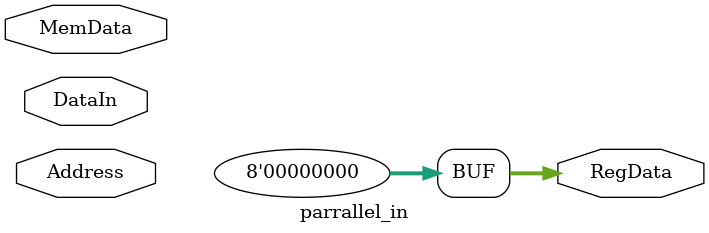
<source format=v>
`default_nettype none //Comando para desabilitar declaração automática de wires
module Mod_Teste (
//Clocks
input CLOCK_27, CLOCK_50,
//Chaves e Botoes
input [3:0] KEY,
input [17:0] SW,
//Displays de 7 seg e LEDs
output [0:6] HEX0, HEX1, HEX2, HEX3, HEX4, HEX5, HEX6, HEX7,
output [8:0] LEDG,
output [17:0] LEDR,
//Serial
output UART_TXD,
input UART_RXD,
inout [7:0] LCD_DATA,
output LCD_ON, LCD_BLON, LCD_RW, LCD_EN, LCD_RS,
//GPIO
inout [35:0] GPIO_0, GPIO_1
);
assign GPIO_1 = 36'hzzzzzzzzz;
assign GPIO_0 = 36'hzzzzzzzzz;
assign LCD_ON = 1'b1;
assign LCD_BLON = 1'b1;
wire [7:0] w_d0x0, w_d0x1, w_d0x2, w_d0x3, w_d0x4, w_d0x5,
w_d1x0, w_d1x1, w_d1x2, w_d1x3, w_d1x4, w_d1x5;
LCD_TEST MyLCD (
.iCLK ( CLOCK_50 ),
.iRST_N ( KEY[0] ),
.d0x0(w_d0x0),.d0x1(w_d0x1),.d0x2(w_d0x2),.d0x3(w_d0x3),.d0x4(w_d0x4),.d0x5(w_d0x5),
.d1x0(w_d1x0),.d1x1(w_d1x1),.d1x2(w_d1x2),.d1x3(w_d1x3),.d1x4(w_d1x4),.d1x5(w_d1x5),
.LCD_DATA( LCD_DATA ),
.LCD_RW ( LCD_RW ),
.LCD_EN ( LCD_EN ),
.LCD_RS ( LCD_RS )
);
//---------- modifique a partir daqui --------

wire [7:0] w_rd1SrcA, w_rd2, w_SrcB, w_ULAResult,w_RegData;
wire [7:0] w_PCp4, w_PC, w_RData, w_Wd3, w_Imm, w_ImmPC, w_PCn;
wire [31:0] w_Inst;
wire w_RegWrite, w_ULASrc, w_MemWrite, 
w_Branch, w_Zero, w_PCSrc, w_Jal, w_JalR;
wire [2:0] w_ULAControl;
wire [1:0] w_ImmSrc, w_ResultSrc;
wire Clk_1, Clk_2;
wire [3:0] Count_;
wire w_SaidaBranch;

assign w_PCSrc = w_Branch && w_Zero || w_Jal;

registrador regi(.clk(Clk_1), .we3(w_RegWrite), .wa3(w_Inst[11:7]), .ra1(w_Inst[19:15]),
.ra2(w_Inst[24:20]), .wd3(w_Wd3), .rst(KEY[2]),.rd1(w_rd1SrcA), .rd2(w_rd2),
.x0(w_d0x0), .x1(w_d0x1), .x2(w_d0x2), .x3(w_d0x3), .x4(w_d1x0),
.x5(w_d1x1), .x6(w_d1x2), .x7(w_d1x3));


ProgamCounter teste_PC(.clk(Clk_1), .rst(KEY[2]), .PCin(w_PCn), .PC(w_PC[7:0]));

Memoria_instrucao teste_MI(.entrada(w_PC), .RD1(w_Inst[31:0]));

Unidade_controle teste_UC(.Op(w_Inst[6:0]), .Funct3(w_Inst[14:12]), .Funct7(w_Inst[31:25]), .ULAControl(w_ULAControl[2:0]),
.ULASrc(w_ULASrc), .RegWrite(w_RegWrite), .MemWrite(w_MemWrite), .ResultSrc(w_ResultSrc), .ImmSrc(w_ImmSrc), .Branch(w_Branch), .Jal(w_Jal), .JalR(w_JalR));

hex_to_7seg teste_hex1(.hex(w_Inst[31:28]),.seg(HEX7));
hex_to_7seg teste_hex2(.hex(w_Inst[27:24]),.seg(HEX6));
hex_to_7seg teste_hex3(.hex(w_Inst[23:20]),.seg(HEX5));
hex_to_7seg teste_hex4(.hex(w_Inst[19:16]),.seg(HEX4));
hex_to_7seg teste_hex5(.hex(w_Inst[15:12]),.seg(HEX3));
hex_to_7seg teste_hex6(.hex(w_Inst[11:8]),.seg(HEX2));
hex_to_7seg teste_hex7(.hex(w_Inst[7:4]),.seg(HEX1));
hex_to_7seg teste_hex8(.hex(w_Inst[3:0]),.seg(HEX0));


MUX2x1 muxinhoULArc(.in0(w_rd2), .in1(w_Imm), .sel(w_ULASrc), .saida(w_SrcB));
MUX4x1 muxinhoPCSrc(.in0(w_PCp4), .in1(w_ImmPC), .in2(w_ULAResult), .in3(w_ULAResult), .sel({w_JalR, w_PCSrc}), .saida(w_PCn)); //na 2 e na 3 pra n dar erro
MUX4x1 muxinhoMuxResSrc(.in0(w_ULAResult), .in1(w_RegData), .in2(w_PCp4), .in3('b0), .sel(w_ResultSrc), .saida(w_Wd3));
MUX4x1 muxinhoMuxImmSrc(.in0(w_Inst[31:20]), .in1({w_Inst[31:25],w_Inst[11:7]}), 
.in2({ w_Inst[7], w_Inst[30:25], w_Inst[11:8], 1'b0}), 
.in3({w_Inst[31], w_Inst[19:12], w_Inst[20], w_Inst[30:21], 1'b0}), .sel(w_ImmSrc), .saida(w_Imm));

ULA ulinha(.SrcA(w_rd1SrcA), .SrcB(w_SrcB), .ULAControl(w_ULAControl[2:0]), 
.FlagZ(w_Zero), .ULAResult(w_ULAResult));

somador4bits teste_somador(.A(w_PC), .B(3'h4), .soma(w_PCp4));
somador4bits somador_w_ImmpC(.A(w_Imm), .B(w_PC), .soma(w_ImmPC));

assign w_d0x4[7:0] = w_PC;
assign LEDR[5:3] = w_ULAControl[2:0];
assign LEDR[8] = w_RegWrite;
assign LEDR[7] = w_ImmSrc;
assign LEDR[6] = w_ULASrc;
assign LEDR[2] = w_MemWrite;
assign LEDR[1] = w_ResultSrc;
assign LEDR[0] = w_Branch;

/*assign LEDG[8] = ~KEY[1];
assign w_rd1SrcA = w_d0x0[7:0];
assign w_rd2 = w_d1x0[7:0];
assign w_SrcB = w_d1x1[7:0]; 
assign w_ULAResultWd3 = w_d0x4[7:0];
*/
RAM ranzinha(.A(w_ULAResult), .WD(w_rd2), .WE(w_MemWrite), .rst(KEY[2]), .clk(Clk_1), 
.RD(w_RData));

parrallel_in in(.Address(w_ULAResult),.MemData(w_RData),.DataIn(SW[7:0]),.RegData(w_RegData));

parallel_out out(.EN(w_MemWrite),.clk(Clk_1),.reset(KEY[2]),.RegData(w_rd2),.Address(w_ULAResult),.DataOut(w_d1x4));
			

//assign Clk_1 = KEY[1];
clock_divider teste_clock(.clk(CLOCK_50), .clk_1hz(Clk_1));
endmodule

module registrador(input [7:0] wd3,
                   input [2:0] wa3, ra1, ra2,
                   input we3, clk, rst,
                   output reg [7:0] rd1, rd2, x0,x1,x2,x3,x4,x5,x6,x7);
  reg [7:0] registradores [7:0];
  integer count, count1; 
  //registradores [0] = 0;
  
  always @ (posedge clk, negedge rst)
    begin
      if (!rst)
			  for (count = 0;count < 8; count=count+1)
				 registradores[count] = 0;
			
      else if ((we3 == 1) && (wa3 != 0))
        registradores [wa3] = wd3;
    end
	 
  always @(ra1, ra2, registradores)
    begin
      rd1 = registradores[ra1];
      rd2 = registradores[ra2];
		x0 = registradores[0];
		x1 = registradores[1];
		x2 = registradores[2];
		x3 = registradores[3];
		x4 = registradores[4];
		x5 = registradores[5];
		x6 = registradores[6];
		x7 = registradores[7];
    end
endmodule


module MUX2x1(input [7:0] in0, in1,
              input sel,
              output reg [7:0]saida);
  always @(*)
    begin
      case (sel)
        1'b0 : saida = in0;
        default : saida = in1;
      endcase
    end
    
endmodule

module MUX4x1(input [7:0] in0, in1, in2, in3,
              input [1:0] sel,
              output reg [7:0]saida);
  always @(*)
    begin
      casex (sel)
        2'b00 : saida = in0;
		  2'b01 : saida = in1;
		  2'b10 : saida = in2;
		  2'b11 : saida = in3;
        default : saida = 'bxxxxxxxx;
      endcase
    end
    
endmodule


module ULA(input [7:0] SrcA, SrcB,
           input [2:0] ULAControl,
           output reg [7:0] ULAResult,
           output reg FlagZ);
  always @(*)
    begin
      case (ULAControl)
        3'b000 : ULAResult = SrcA + SrcB;
        3'b001 : ULAResult = SrcA + ~SrcB + 1;
        3'b010 : ULAResult = SrcA & SrcB;
        3'b011 : ULAResult = SrcA | SrcB;
        3'b101 : ULAResult = SrcA < SrcB;
        default : ULAResult = 0;
      endcase
		FlagZ = ULAResult == 0;
    end
  
endmodule


module hex_to_7seg (
  input [3:0] hex,
  output reg [6:0] seg
);

  // Tabela de verdade para decodificar hexadecimal para 7 seg
  always @(*) begin
    case (hex)
		
		4'h0 : seg = 7'b0000001;
		4'h1 : seg = 7'b1001111;
		4'h2 : seg = 7'b0010010;
		4'h3 : seg = 7'b0000110;
		4'h4 : seg = 7'b1001100;
		4'h5 : seg = 7'b0100100;
		4'h6 : seg = 7'b0100000;
		4'h7 : seg = 7'b0001111;
		4'h8 : seg = 7'b0000000;
		4'h9 : seg = 7'b0000100;
		4'hA : seg = 7'b0001000;
		4'hB : seg = 7'b1100000;
		4'hC : seg = 7'b0110001;
		4'hD : seg = 7'b1000010;
		4'hE : seg = 7'b0110000;
		default : seg = 7'b0111000;
    endcase
  end

endmodule

module Unidade_controle(input [6:0] Op, Funct7,
								input [2:0] Funct3,
								output reg [2:0] ULAControl,
								output reg ULASrc, RegWrite, MemWrite, Branch, Jal, JalR,
								output reg [1:0] ImmSrc, ResultSrc);
	always @(*)
		casex ({Op, Funct3, Funct7})
			'b01100110000000000 : begin RegWrite = 1; ImmSrc = 'bx; ULASrc = 0; ULAControl = 'b000; MemWrite = 0; ResultSrc = 0; Branch = 0; Jal = 'b0; JalR = 'b0; end//add
			'b01100110000100000 : begin RegWrite = 1; ImmSrc = 'bx; ULASrc = 0; ULAControl = 'b001; MemWrite = 0; ResultSrc = 0; Branch = 0; Jal = 'b0; JalR = 'b0; end//sub
			'b01100111110000000 : begin RegWrite = 1; ImmSrc = 'bx; ULASrc = 0; ULAControl = 'b010; MemWrite = 0; ResultSrc = 0; Branch = 0; Jal = 'b0; JalR = 'b0; end//and
			'b01100111100000000 : begin RegWrite = 1; ImmSrc = 'bx; ULASrc = 0; ULAControl = 'b011; MemWrite = 0; ResultSrc = 0; Branch = 0; Jal = 'b0; JalR = 'b0; end//or
			'b01100110100000000 : begin RegWrite = 1; ImmSrc = 'bx; ULASrc = 0; ULAControl = 'b101; MemWrite = 0; ResultSrc = 0; Branch = 0; Jal = 'b0; JalR = 'b0; end//slt
			'b0010011000xxxxxxx : begin RegWrite = 1; ImmSrc = 'b0; ULASrc = 1; ULAControl = 'b000; MemWrite = 0; ResultSrc = 0; Branch = 0; Jal = 'b0; JalR = 'b0; end//addi
			'b0000011000xxxxxxx : begin RegWrite = 1; ImmSrc = 'b0; ULASrc = 1; ULAControl = 'b000; MemWrite = 0; ResultSrc = 1; Branch = 0; Jal = 'b0; JalR = 'b0; end //LB
			'b0100011000xxxxxxx : begin RegWrite = 0; ImmSrc = 'b1; ULASrc = 1; ULAControl = 'b000; MemWrite = 1; ResultSrc = 'bx; Branch = 0; Jal = 'b0; JalR = 'b0; end //SB
			'b1100011000xxxxxxx : begin RegWrite = 0; ImmSrc = 'b10; ULASrc = 0; ULAControl = 'b001; MemWrite = 0; ResultSrc = 'bx; Branch = 'b1; Jal = 'b0; JalR = 'b0; end // BEQ
			'b1101111xxxxxxxxxx : begin RegWrite = 1; ImmSrc = 'b11; ULASrc = 'bx; ULAControl = 'bxxx; MemWrite = 0; ResultSrc = 'b10; Branch = 'b0; Jal = 'b1; JalR = 'b0; end //Jal
			'b1100111000xxxxxxx : begin RegWrite = 1; ImmSrc = 'b00; ULASrc = 'b1; ULAControl = 'b000; MemWrite = 0; ResultSrc = 'b10; Branch = 'b0; Jal = 'b0; JalR = 'b1; end //Jalr
			default : begin RegWrite = 'bx; ULASrc = 'bx; ULAControl = 'bx; ImmSrc = 'bx; MemWrite = 'bx; ResultSrc = 'bx; Branch = 'bx; Jal = 'bx; JalR = 'bx; end
		endcase	
			
endmodule

module ProgamCounter(input clk, rst, 
							input [7:0] PCin,
							output reg [7:0] PC);
	always @(posedge clk, negedge rst)
		if (!rst)
			PC <= 0;
		else
			PC <= PCin;
endmodule

module Memoria_instrucao(input [7:0] entrada,
								output reg [31:0] RD1);
	always @(*) 
		case (entrada)
		/*
			8'h00 : RD1 = 'h0ff00083;
			8'h04 : RD1 = 'h0e100fa3;
			8'h08 : RD1 = 'hfe000ce3;
		*/
			8'h00 : RD1 = 'h0ff00083;
			8'h04 : RD1 = 'h00008393;
			8'h08 : RD1 = 'h00120213;
			8'h0C : RD1 = 'h0040f0b3;
			8'h10 : RD1 = 'h00108093;
			8'h14 : RD1 = 'h0040f0b3;
			8'h18 : RD1 = 'h0e100fa3
;
		endcase
								
endmodule


module somador4bits (input wire [7:0] A,
							input wire [7:0] B,
							output wire [7:0] soma);
	assign soma = A+B;
endmodule

module RAM(input [7:0] A, WD,
           input WE, rst, clk,
           output reg [7:0] RD);
  
  reg [7:0] mem [0:255];
  integer i;
  
  always @(posedge clk, negedge rst)
    begin
    if(!rst)
      for (i = 0; i < 256; i = i+1)
        mem[i] = 0;
  	else if (WE == 1)
      mem[A] <= WD;
    end
  always @(*)
	begin
    RD <= mem[A];
	 end
	 
endmodule

module clock_divider (
  input clk,
  output reg clk_1hz
);

  reg [25:0] counter;

  always @(posedge clk)
    begin
      counter = counter + 1;
      if (counter == 2500000) 
			begin
			  clk_1hz <= ~clk_1hz;
			  counter <= 0;
		   end
    end
endmodule

module counter (
  input clk,
  input reset,
  output reg [3:0] count
);

  always @(posedge clk or negedge reset) begin
    if (!reset) begin
      count <= 0;
    end 
	 else 
	 begin
      if (count == 15) begin
        count <= 0;
      end 
		else 
		begin
        count <= count + 1;
      end
    end
  end

endmodule

module parallel_out(input EN,clk,reset,
						  input [7:0] RegData,Address,
						  output reg [7:0] DataOut);
						  
reg A = 1'b0;	


always @(*)

begin
if (Address == 8'hFF)
		begin
			A = 1'b1;
		end
		
		else
		begin
			A = 1'b0;
		end		
end	
	
always @ (posedge clk,negedge reset)	
begin

	if (!reset) begin
			DataOut <= 0;
		 end
		 
	else 	
		if ((EN && A) == 1'b1)
		begin
			DataOut <= RegData;
		end
		else
			DataOut <= DataOut;
			
end

endmodule
		
module parrallel_in(input [7:0] Address,MemData,DataIn,
							output reg [7:0] RegData);
reg A = 1'b0;							
always @ (*)

	begin
	if (Address == 8'hFF)
		begin
			A <= 1;
		end
		
		else
		begin
			A <= 0;
		end

	case(A)
		1'b0 : RegData <= MemData;
		1'b1 : RegData <= DataIn;
		default : RegData <= 1'b0;
	endcase
	end

endmodule
					

</source>
